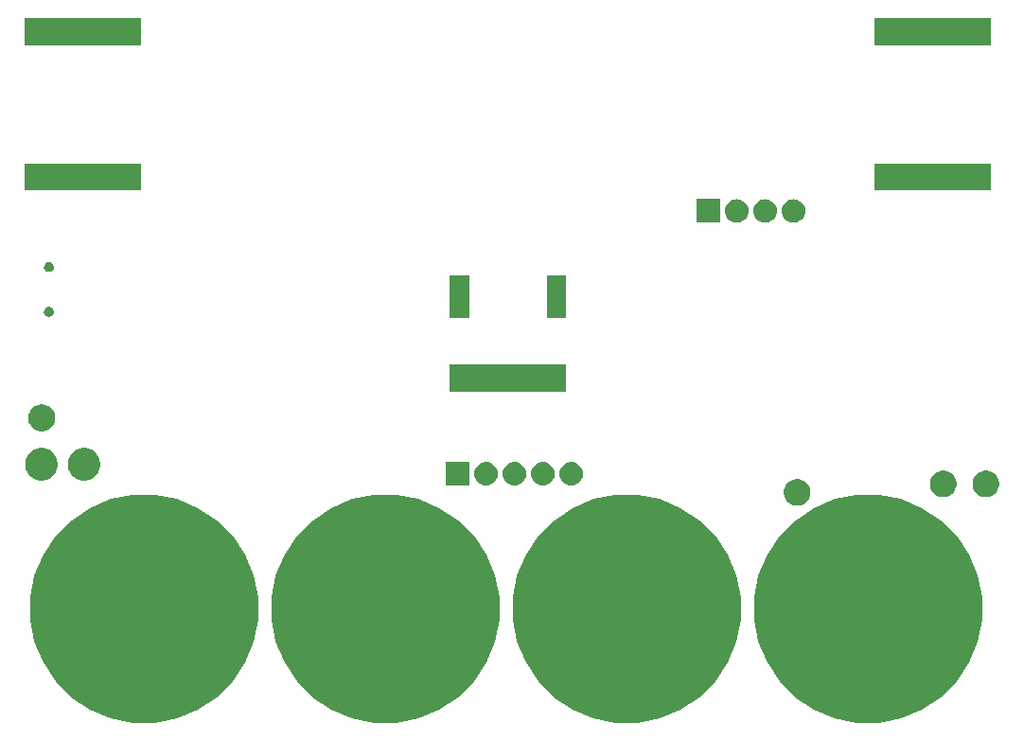
<source format=gbr>
G04 #@! TF.GenerationSoftware,KiCad,Pcbnew,5.0.1*
G04 #@! TF.CreationDate,2019-03-26T00:27:03-05:00*
G04 #@! TF.ProjectId,badge,62616467652E6B696361645F70636200,rev?*
G04 #@! TF.SameCoordinates,Original*
G04 #@! TF.FileFunction,Soldermask,Bot*
G04 #@! TF.FilePolarity,Negative*
%FSLAX46Y46*%
G04 Gerber Fmt 4.6, Leading zero omitted, Abs format (unit mm)*
G04 Created by KiCad (PCBNEW 5.0.1) date Tue 26 Mar 2019 12:27:03 AM CDT*
%MOMM*%
%LPD*%
G01*
G04 APERTURE LIST*
%ADD10C,0.100000*%
G04 APERTURE END LIST*
D10*
G36*
X161725229Y-132431980D02*
X163581510Y-133200877D01*
X163581512Y-133200878D01*
X165229897Y-134302293D01*
X165252124Y-134317145D01*
X166672855Y-135737876D01*
X167789123Y-137408490D01*
X168558020Y-139264771D01*
X168950000Y-141235386D01*
X168950000Y-143244614D01*
X168558020Y-145215229D01*
X167789123Y-147071510D01*
X166672855Y-148742124D01*
X165252124Y-150162855D01*
X165252121Y-150162857D01*
X163581512Y-151279122D01*
X163581511Y-151279123D01*
X163581510Y-151279123D01*
X161725229Y-152048020D01*
X159754614Y-152440000D01*
X157745386Y-152440000D01*
X155774771Y-152048020D01*
X153918490Y-151279123D01*
X153918489Y-151279123D01*
X153918488Y-151279122D01*
X152247879Y-150162857D01*
X152247876Y-150162855D01*
X150827145Y-148742124D01*
X149710877Y-147071510D01*
X148941980Y-145215229D01*
X148550000Y-143244614D01*
X148550000Y-141235386D01*
X148941980Y-139264771D01*
X149710877Y-137408490D01*
X150827145Y-135737876D01*
X152247876Y-134317145D01*
X152270103Y-134302293D01*
X153918488Y-133200878D01*
X153918490Y-133200877D01*
X155774771Y-132431980D01*
X157745386Y-132040000D01*
X159754614Y-132040000D01*
X161725229Y-132431980D01*
X161725229Y-132431980D01*
G37*
G36*
X118545229Y-132431980D02*
X120401510Y-133200877D01*
X120401512Y-133200878D01*
X122049897Y-134302293D01*
X122072124Y-134317145D01*
X123492855Y-135737876D01*
X124609123Y-137408490D01*
X125378020Y-139264771D01*
X125770000Y-141235386D01*
X125770000Y-143244614D01*
X125378020Y-145215229D01*
X124609123Y-147071510D01*
X123492855Y-148742124D01*
X122072124Y-150162855D01*
X122072121Y-150162857D01*
X120401512Y-151279122D01*
X120401511Y-151279123D01*
X120401510Y-151279123D01*
X118545229Y-152048020D01*
X116574614Y-152440000D01*
X114565386Y-152440000D01*
X112594771Y-152048020D01*
X110738490Y-151279123D01*
X110738489Y-151279123D01*
X110738488Y-151279122D01*
X109067879Y-150162857D01*
X109067876Y-150162855D01*
X107647145Y-148742124D01*
X106530877Y-147071510D01*
X105761980Y-145215229D01*
X105370000Y-143244614D01*
X105370000Y-141235386D01*
X105761980Y-139264771D01*
X106530877Y-137408490D01*
X107647145Y-135737876D01*
X109067876Y-134317145D01*
X109090103Y-134302293D01*
X110738488Y-133200878D01*
X110738490Y-133200877D01*
X112594771Y-132431980D01*
X114565386Y-132040000D01*
X116574614Y-132040000D01*
X118545229Y-132431980D01*
X118545229Y-132431980D01*
G37*
G36*
X96955229Y-132431980D02*
X98811510Y-133200877D01*
X98811512Y-133200878D01*
X100459897Y-134302293D01*
X100482124Y-134317145D01*
X101902855Y-135737876D01*
X103019123Y-137408490D01*
X103788020Y-139264771D01*
X104180000Y-141235386D01*
X104180000Y-143244614D01*
X103788020Y-145215229D01*
X103019123Y-147071510D01*
X101902855Y-148742124D01*
X100482124Y-150162855D01*
X100482121Y-150162857D01*
X98811512Y-151279122D01*
X98811511Y-151279123D01*
X98811510Y-151279123D01*
X96955229Y-152048020D01*
X94984614Y-152440000D01*
X92975386Y-152440000D01*
X91004771Y-152048020D01*
X89148490Y-151279123D01*
X89148489Y-151279123D01*
X89148488Y-151279122D01*
X87477879Y-150162857D01*
X87477876Y-150162855D01*
X86057145Y-148742124D01*
X84940877Y-147071510D01*
X84171980Y-145215229D01*
X83780000Y-143244614D01*
X83780000Y-141235386D01*
X84171980Y-139264771D01*
X84940877Y-137408490D01*
X86057145Y-135737876D01*
X87477876Y-134317145D01*
X87500103Y-134302293D01*
X89148488Y-133200878D01*
X89148490Y-133200877D01*
X91004771Y-132431980D01*
X92975386Y-132040000D01*
X94984614Y-132040000D01*
X96955229Y-132431980D01*
X96955229Y-132431980D01*
G37*
G36*
X140135229Y-132431980D02*
X141991510Y-133200877D01*
X141991512Y-133200878D01*
X143639897Y-134302293D01*
X143662124Y-134317145D01*
X145082855Y-135737876D01*
X146199123Y-137408490D01*
X146968020Y-139264771D01*
X147360000Y-141235386D01*
X147360000Y-143244614D01*
X146968020Y-145215229D01*
X146199123Y-147071510D01*
X145082855Y-148742124D01*
X143662124Y-150162855D01*
X143662121Y-150162857D01*
X141991512Y-151279122D01*
X141991511Y-151279123D01*
X141991510Y-151279123D01*
X140135229Y-152048020D01*
X138164614Y-152440000D01*
X136155386Y-152440000D01*
X134184771Y-152048020D01*
X132328490Y-151279123D01*
X132328489Y-151279123D01*
X132328488Y-151279122D01*
X130657879Y-150162857D01*
X130657876Y-150162855D01*
X129237145Y-148742124D01*
X128120877Y-147071510D01*
X127351980Y-145215229D01*
X126960000Y-143244614D01*
X126960000Y-141235386D01*
X127351980Y-139264771D01*
X128120877Y-137408490D01*
X129237145Y-135737876D01*
X130657876Y-134317145D01*
X130680103Y-134302293D01*
X132328488Y-133200878D01*
X132328490Y-133200877D01*
X134184771Y-132431980D01*
X136155386Y-132040000D01*
X138164614Y-132040000D01*
X140135229Y-132431980D01*
X140135229Y-132431980D01*
G37*
G36*
X152750026Y-130672115D02*
X152968412Y-130762573D01*
X153164958Y-130893901D01*
X153332099Y-131061042D01*
X153463427Y-131257588D01*
X153553885Y-131475974D01*
X153600000Y-131707809D01*
X153600000Y-131944191D01*
X153553885Y-132176026D01*
X153463427Y-132394412D01*
X153332099Y-132590958D01*
X153164958Y-132758099D01*
X152968412Y-132889427D01*
X152750026Y-132979885D01*
X152518191Y-133026000D01*
X152281809Y-133026000D01*
X152049974Y-132979885D01*
X151831588Y-132889427D01*
X151635042Y-132758099D01*
X151467901Y-132590958D01*
X151336573Y-132394412D01*
X151246115Y-132176026D01*
X151200000Y-131944191D01*
X151200000Y-131707809D01*
X151246115Y-131475974D01*
X151336573Y-131257588D01*
X151467901Y-131061042D01*
X151635042Y-130893901D01*
X151831588Y-130762573D01*
X152049974Y-130672115D01*
X152281809Y-130626000D01*
X152518191Y-130626000D01*
X152750026Y-130672115D01*
X152750026Y-130672115D01*
G37*
G36*
X165831026Y-129910115D02*
X166049412Y-130000573D01*
X166245958Y-130131901D01*
X166413099Y-130299042D01*
X166544427Y-130495588D01*
X166634885Y-130713974D01*
X166681000Y-130945809D01*
X166681000Y-131182191D01*
X166634885Y-131414026D01*
X166544427Y-131632412D01*
X166413099Y-131828958D01*
X166245958Y-131996099D01*
X166049412Y-132127427D01*
X165831026Y-132217885D01*
X165599191Y-132264000D01*
X165362809Y-132264000D01*
X165130974Y-132217885D01*
X164912588Y-132127427D01*
X164716042Y-131996099D01*
X164548901Y-131828958D01*
X164417573Y-131632412D01*
X164327115Y-131414026D01*
X164281000Y-131182191D01*
X164281000Y-130945809D01*
X164327115Y-130713974D01*
X164417573Y-130495588D01*
X164548901Y-130299042D01*
X164716042Y-130131901D01*
X164912588Y-130000573D01*
X165130974Y-129910115D01*
X165362809Y-129864000D01*
X165599191Y-129864000D01*
X165831026Y-129910115D01*
X165831026Y-129910115D01*
G37*
G36*
X169641026Y-129910115D02*
X169859412Y-130000573D01*
X170055958Y-130131901D01*
X170223099Y-130299042D01*
X170354427Y-130495588D01*
X170444885Y-130713974D01*
X170491000Y-130945809D01*
X170491000Y-131182191D01*
X170444885Y-131414026D01*
X170354427Y-131632412D01*
X170223099Y-131828958D01*
X170055958Y-131996099D01*
X169859412Y-132127427D01*
X169641026Y-132217885D01*
X169409191Y-132264000D01*
X169172809Y-132264000D01*
X168940974Y-132217885D01*
X168722588Y-132127427D01*
X168526042Y-131996099D01*
X168358901Y-131828958D01*
X168227573Y-131632412D01*
X168137115Y-131414026D01*
X168091000Y-131182191D01*
X168091000Y-130945809D01*
X168137115Y-130713974D01*
X168227573Y-130495588D01*
X168358901Y-130299042D01*
X168526042Y-130131901D01*
X168722588Y-130000573D01*
X168940974Y-129910115D01*
X169172809Y-129864000D01*
X169409191Y-129864000D01*
X169641026Y-129910115D01*
X169641026Y-129910115D01*
G37*
G36*
X123080000Y-131197000D02*
X120980000Y-131197000D01*
X120980000Y-129097000D01*
X123080000Y-129097000D01*
X123080000Y-131197000D01*
X123080000Y-131197000D01*
G37*
G36*
X132318707Y-129104596D02*
X132395836Y-129112193D01*
X132527787Y-129152220D01*
X132593763Y-129172233D01*
X132776172Y-129269733D01*
X132936054Y-129400946D01*
X133067267Y-129560828D01*
X133164767Y-129743237D01*
X133164767Y-129743238D01*
X133224807Y-129941164D01*
X133245080Y-130147000D01*
X133224807Y-130352836D01*
X133200478Y-130433038D01*
X133164767Y-130550763D01*
X133067267Y-130733172D01*
X132936054Y-130893054D01*
X132776172Y-131024267D01*
X132593763Y-131121767D01*
X132527787Y-131141780D01*
X132395836Y-131181807D01*
X132318707Y-131189404D01*
X132241580Y-131197000D01*
X132138420Y-131197000D01*
X132061293Y-131189404D01*
X131984164Y-131181807D01*
X131852213Y-131141780D01*
X131786237Y-131121767D01*
X131603828Y-131024267D01*
X131443946Y-130893054D01*
X131312733Y-130733172D01*
X131215233Y-130550763D01*
X131179522Y-130433038D01*
X131155193Y-130352836D01*
X131134920Y-130147000D01*
X131155193Y-129941164D01*
X131215233Y-129743238D01*
X131215233Y-129743237D01*
X131312733Y-129560828D01*
X131443946Y-129400946D01*
X131603828Y-129269733D01*
X131786237Y-129172233D01*
X131852213Y-129152220D01*
X131984164Y-129112193D01*
X132061293Y-129104596D01*
X132138420Y-129097000D01*
X132241580Y-129097000D01*
X132318707Y-129104596D01*
X132318707Y-129104596D01*
G37*
G36*
X129778707Y-129104596D02*
X129855836Y-129112193D01*
X129987787Y-129152220D01*
X130053763Y-129172233D01*
X130236172Y-129269733D01*
X130396054Y-129400946D01*
X130527267Y-129560828D01*
X130624767Y-129743237D01*
X130624767Y-129743238D01*
X130684807Y-129941164D01*
X130705080Y-130147000D01*
X130684807Y-130352836D01*
X130660478Y-130433038D01*
X130624767Y-130550763D01*
X130527267Y-130733172D01*
X130396054Y-130893054D01*
X130236172Y-131024267D01*
X130053763Y-131121767D01*
X129987787Y-131141780D01*
X129855836Y-131181807D01*
X129778707Y-131189404D01*
X129701580Y-131197000D01*
X129598420Y-131197000D01*
X129521293Y-131189404D01*
X129444164Y-131181807D01*
X129312213Y-131141780D01*
X129246237Y-131121767D01*
X129063828Y-131024267D01*
X128903946Y-130893054D01*
X128772733Y-130733172D01*
X128675233Y-130550763D01*
X128639522Y-130433038D01*
X128615193Y-130352836D01*
X128594920Y-130147000D01*
X128615193Y-129941164D01*
X128675233Y-129743238D01*
X128675233Y-129743237D01*
X128772733Y-129560828D01*
X128903946Y-129400946D01*
X129063828Y-129269733D01*
X129246237Y-129172233D01*
X129312213Y-129152220D01*
X129444164Y-129112193D01*
X129521293Y-129104596D01*
X129598420Y-129097000D01*
X129701580Y-129097000D01*
X129778707Y-129104596D01*
X129778707Y-129104596D01*
G37*
G36*
X127238707Y-129104596D02*
X127315836Y-129112193D01*
X127447787Y-129152220D01*
X127513763Y-129172233D01*
X127696172Y-129269733D01*
X127856054Y-129400946D01*
X127987267Y-129560828D01*
X128084767Y-129743237D01*
X128084767Y-129743238D01*
X128144807Y-129941164D01*
X128165080Y-130147000D01*
X128144807Y-130352836D01*
X128120478Y-130433038D01*
X128084767Y-130550763D01*
X127987267Y-130733172D01*
X127856054Y-130893054D01*
X127696172Y-131024267D01*
X127513763Y-131121767D01*
X127447787Y-131141780D01*
X127315836Y-131181807D01*
X127238707Y-131189404D01*
X127161580Y-131197000D01*
X127058420Y-131197000D01*
X126981293Y-131189404D01*
X126904164Y-131181807D01*
X126772213Y-131141780D01*
X126706237Y-131121767D01*
X126523828Y-131024267D01*
X126363946Y-130893054D01*
X126232733Y-130733172D01*
X126135233Y-130550763D01*
X126099522Y-130433038D01*
X126075193Y-130352836D01*
X126054920Y-130147000D01*
X126075193Y-129941164D01*
X126135233Y-129743238D01*
X126135233Y-129743237D01*
X126232733Y-129560828D01*
X126363946Y-129400946D01*
X126523828Y-129269733D01*
X126706237Y-129172233D01*
X126772213Y-129152220D01*
X126904164Y-129112193D01*
X126981293Y-129104596D01*
X127058420Y-129097000D01*
X127161580Y-129097000D01*
X127238707Y-129104596D01*
X127238707Y-129104596D01*
G37*
G36*
X124698707Y-129104596D02*
X124775836Y-129112193D01*
X124907787Y-129152220D01*
X124973763Y-129172233D01*
X125156172Y-129269733D01*
X125316054Y-129400946D01*
X125447267Y-129560828D01*
X125544767Y-129743237D01*
X125544767Y-129743238D01*
X125604807Y-129941164D01*
X125625080Y-130147000D01*
X125604807Y-130352836D01*
X125580478Y-130433038D01*
X125544767Y-130550763D01*
X125447267Y-130733172D01*
X125316054Y-130893054D01*
X125156172Y-131024267D01*
X124973763Y-131121767D01*
X124907787Y-131141780D01*
X124775836Y-131181807D01*
X124698707Y-131189404D01*
X124621580Y-131197000D01*
X124518420Y-131197000D01*
X124441293Y-131189404D01*
X124364164Y-131181807D01*
X124232213Y-131141780D01*
X124166237Y-131121767D01*
X123983828Y-131024267D01*
X123823946Y-130893054D01*
X123692733Y-130733172D01*
X123595233Y-130550763D01*
X123559522Y-130433038D01*
X123535193Y-130352836D01*
X123514920Y-130147000D01*
X123535193Y-129941164D01*
X123595233Y-129743238D01*
X123595233Y-129743237D01*
X123692733Y-129560828D01*
X123823946Y-129400946D01*
X123983828Y-129269733D01*
X124166237Y-129172233D01*
X124232213Y-129152220D01*
X124364164Y-129112193D01*
X124441293Y-129104596D01*
X124518420Y-129097000D01*
X124621580Y-129097000D01*
X124698707Y-129104596D01*
X124698707Y-129104596D01*
G37*
G36*
X89022855Y-127913030D02*
X89286680Y-128022310D01*
X89524120Y-128180962D01*
X89726038Y-128382880D01*
X89884690Y-128620320D01*
X89993970Y-128884145D01*
X90049680Y-129164218D01*
X90049680Y-129449782D01*
X89993970Y-129729855D01*
X89884690Y-129993680D01*
X89726038Y-130231120D01*
X89524120Y-130433038D01*
X89286680Y-130591690D01*
X89022855Y-130700970D01*
X88742782Y-130756680D01*
X88457218Y-130756680D01*
X88177145Y-130700970D01*
X87913320Y-130591690D01*
X87675880Y-130433038D01*
X87473962Y-130231120D01*
X87315310Y-129993680D01*
X87206030Y-129729855D01*
X87150320Y-129449782D01*
X87150320Y-129164218D01*
X87206030Y-128884145D01*
X87315310Y-128620320D01*
X87473962Y-128382880D01*
X87675880Y-128180962D01*
X87913320Y-128022310D01*
X88177145Y-127913030D01*
X88457218Y-127857320D01*
X88742782Y-127857320D01*
X89022855Y-127913030D01*
X89022855Y-127913030D01*
G37*
G36*
X85212855Y-127913030D02*
X85476680Y-128022310D01*
X85714120Y-128180962D01*
X85916038Y-128382880D01*
X86074690Y-128620320D01*
X86183970Y-128884145D01*
X86239680Y-129164218D01*
X86239680Y-129449782D01*
X86183970Y-129729855D01*
X86074690Y-129993680D01*
X85916038Y-130231120D01*
X85714120Y-130433038D01*
X85476680Y-130591690D01*
X85212855Y-130700970D01*
X84932782Y-130756680D01*
X84647218Y-130756680D01*
X84367145Y-130700970D01*
X84103320Y-130591690D01*
X83865880Y-130433038D01*
X83663962Y-130231120D01*
X83505310Y-129993680D01*
X83396030Y-129729855D01*
X83340320Y-129449782D01*
X83340320Y-129164218D01*
X83396030Y-128884145D01*
X83505310Y-128620320D01*
X83663962Y-128382880D01*
X83865880Y-128180962D01*
X84103320Y-128022310D01*
X84367145Y-127913030D01*
X84647218Y-127857320D01*
X84932782Y-127857320D01*
X85212855Y-127913030D01*
X85212855Y-127913030D01*
G37*
G36*
X85170026Y-123993115D02*
X85388412Y-124083573D01*
X85584958Y-124214901D01*
X85752099Y-124382042D01*
X85883427Y-124578588D01*
X85973885Y-124796974D01*
X86020000Y-125028809D01*
X86020000Y-125265191D01*
X85973885Y-125497026D01*
X85883427Y-125715412D01*
X85752099Y-125911958D01*
X85584958Y-126079099D01*
X85388412Y-126210427D01*
X85170026Y-126300885D01*
X84938191Y-126347000D01*
X84701809Y-126347000D01*
X84469974Y-126300885D01*
X84251588Y-126210427D01*
X84055042Y-126079099D01*
X83887901Y-125911958D01*
X83756573Y-125715412D01*
X83666115Y-125497026D01*
X83620000Y-125265191D01*
X83620000Y-125028809D01*
X83666115Y-124796974D01*
X83756573Y-124578588D01*
X83887901Y-124382042D01*
X84055042Y-124214901D01*
X84251588Y-124083573D01*
X84469974Y-123993115D01*
X84701809Y-123947000D01*
X84938191Y-123947000D01*
X85170026Y-123993115D01*
X85170026Y-123993115D01*
G37*
G36*
X131720000Y-122797000D02*
X121320000Y-122797000D01*
X121320000Y-120397000D01*
X131720000Y-120397000D01*
X131720000Y-122797000D01*
X131720000Y-122797000D01*
G37*
G36*
X131745000Y-116205000D02*
X130045000Y-116205000D01*
X130045000Y-112405000D01*
X131745000Y-112405000D01*
X131745000Y-116205000D01*
X131745000Y-116205000D01*
G37*
G36*
X123045000Y-116205000D02*
X121345000Y-116205000D01*
X121345000Y-112405000D01*
X123045000Y-112405000D01*
X123045000Y-116205000D01*
X123045000Y-116205000D01*
G37*
G36*
X85601260Y-115224293D02*
X85683155Y-115258215D01*
X85756861Y-115307464D01*
X85819536Y-115370139D01*
X85868785Y-115443845D01*
X85902707Y-115525740D01*
X85920000Y-115612678D01*
X85920000Y-115701322D01*
X85902707Y-115788260D01*
X85868785Y-115870155D01*
X85819536Y-115943861D01*
X85756861Y-116006536D01*
X85683155Y-116055785D01*
X85601260Y-116089707D01*
X85514322Y-116107000D01*
X85425678Y-116107000D01*
X85338740Y-116089707D01*
X85256845Y-116055785D01*
X85183139Y-116006536D01*
X85120464Y-115943861D01*
X85071215Y-115870155D01*
X85037293Y-115788260D01*
X85020000Y-115701322D01*
X85020000Y-115612678D01*
X85037293Y-115525740D01*
X85071215Y-115443845D01*
X85120464Y-115370139D01*
X85183139Y-115307464D01*
X85256845Y-115258215D01*
X85338740Y-115224293D01*
X85425678Y-115207000D01*
X85514322Y-115207000D01*
X85601260Y-115224293D01*
X85601260Y-115224293D01*
G37*
G36*
X85601260Y-111224293D02*
X85683155Y-111258215D01*
X85756861Y-111307464D01*
X85819536Y-111370139D01*
X85868785Y-111443845D01*
X85902707Y-111525740D01*
X85920000Y-111612678D01*
X85920000Y-111701322D01*
X85902707Y-111788260D01*
X85868785Y-111870155D01*
X85819536Y-111943861D01*
X85756861Y-112006536D01*
X85683155Y-112055785D01*
X85601260Y-112089707D01*
X85514322Y-112107000D01*
X85425678Y-112107000D01*
X85338740Y-112089707D01*
X85256845Y-112055785D01*
X85183139Y-112006536D01*
X85120464Y-111943861D01*
X85071215Y-111870155D01*
X85037293Y-111788260D01*
X85020000Y-111701322D01*
X85020000Y-111612678D01*
X85037293Y-111525740D01*
X85071215Y-111443845D01*
X85120464Y-111370139D01*
X85183139Y-111307464D01*
X85256845Y-111258215D01*
X85338740Y-111224293D01*
X85425678Y-111207000D01*
X85514322Y-111207000D01*
X85601260Y-111224293D01*
X85601260Y-111224293D01*
G37*
G36*
X149658707Y-105604596D02*
X149735836Y-105612193D01*
X149867787Y-105652220D01*
X149933763Y-105672233D01*
X150116172Y-105769733D01*
X150276054Y-105900946D01*
X150407267Y-106060828D01*
X150504767Y-106243237D01*
X150504767Y-106243238D01*
X150564807Y-106441164D01*
X150585080Y-106647000D01*
X150564807Y-106852836D01*
X150524780Y-106984787D01*
X150504767Y-107050763D01*
X150407267Y-107233172D01*
X150276054Y-107393054D01*
X150116172Y-107524267D01*
X149933763Y-107621767D01*
X149867787Y-107641780D01*
X149735836Y-107681807D01*
X149658707Y-107689403D01*
X149581580Y-107697000D01*
X149478420Y-107697000D01*
X149401293Y-107689403D01*
X149324164Y-107681807D01*
X149192213Y-107641780D01*
X149126237Y-107621767D01*
X148943828Y-107524267D01*
X148783946Y-107393054D01*
X148652733Y-107233172D01*
X148555233Y-107050763D01*
X148535220Y-106984787D01*
X148495193Y-106852836D01*
X148474920Y-106647000D01*
X148495193Y-106441164D01*
X148555233Y-106243238D01*
X148555233Y-106243237D01*
X148652733Y-106060828D01*
X148783946Y-105900946D01*
X148943828Y-105769733D01*
X149126237Y-105672233D01*
X149192213Y-105652220D01*
X149324164Y-105612193D01*
X149401293Y-105604597D01*
X149478420Y-105597000D01*
X149581580Y-105597000D01*
X149658707Y-105604596D01*
X149658707Y-105604596D01*
G37*
G36*
X152198707Y-105604596D02*
X152275836Y-105612193D01*
X152407787Y-105652220D01*
X152473763Y-105672233D01*
X152656172Y-105769733D01*
X152816054Y-105900946D01*
X152947267Y-106060828D01*
X153044767Y-106243237D01*
X153044767Y-106243238D01*
X153104807Y-106441164D01*
X153125080Y-106647000D01*
X153104807Y-106852836D01*
X153064780Y-106984787D01*
X153044767Y-107050763D01*
X152947267Y-107233172D01*
X152816054Y-107393054D01*
X152656172Y-107524267D01*
X152473763Y-107621767D01*
X152407787Y-107641780D01*
X152275836Y-107681807D01*
X152198707Y-107689403D01*
X152121580Y-107697000D01*
X152018420Y-107697000D01*
X151941293Y-107689403D01*
X151864164Y-107681807D01*
X151732213Y-107641780D01*
X151666237Y-107621767D01*
X151483828Y-107524267D01*
X151323946Y-107393054D01*
X151192733Y-107233172D01*
X151095233Y-107050763D01*
X151075220Y-106984787D01*
X151035193Y-106852836D01*
X151014920Y-106647000D01*
X151035193Y-106441164D01*
X151095233Y-106243238D01*
X151095233Y-106243237D01*
X151192733Y-106060828D01*
X151323946Y-105900946D01*
X151483828Y-105769733D01*
X151666237Y-105672233D01*
X151732213Y-105652220D01*
X151864164Y-105612193D01*
X151941293Y-105604597D01*
X152018420Y-105597000D01*
X152121580Y-105597000D01*
X152198707Y-105604596D01*
X152198707Y-105604596D01*
G37*
G36*
X147118707Y-105604596D02*
X147195836Y-105612193D01*
X147327787Y-105652220D01*
X147393763Y-105672233D01*
X147576172Y-105769733D01*
X147736054Y-105900946D01*
X147867267Y-106060828D01*
X147964767Y-106243237D01*
X147964767Y-106243238D01*
X148024807Y-106441164D01*
X148045080Y-106647000D01*
X148024807Y-106852836D01*
X147984780Y-106984787D01*
X147964767Y-107050763D01*
X147867267Y-107233172D01*
X147736054Y-107393054D01*
X147576172Y-107524267D01*
X147393763Y-107621767D01*
X147327787Y-107641780D01*
X147195836Y-107681807D01*
X147118707Y-107689403D01*
X147041580Y-107697000D01*
X146938420Y-107697000D01*
X146861293Y-107689403D01*
X146784164Y-107681807D01*
X146652213Y-107641780D01*
X146586237Y-107621767D01*
X146403828Y-107524267D01*
X146243946Y-107393054D01*
X146112733Y-107233172D01*
X146015233Y-107050763D01*
X145995220Y-106984787D01*
X145955193Y-106852836D01*
X145934920Y-106647000D01*
X145955193Y-106441164D01*
X146015233Y-106243238D01*
X146015233Y-106243237D01*
X146112733Y-106060828D01*
X146243946Y-105900946D01*
X146403828Y-105769733D01*
X146586237Y-105672233D01*
X146652213Y-105652220D01*
X146784164Y-105612193D01*
X146861293Y-105604597D01*
X146938420Y-105597000D01*
X147041580Y-105597000D01*
X147118707Y-105604596D01*
X147118707Y-105604596D01*
G37*
G36*
X145500000Y-107697000D02*
X143400000Y-107697000D01*
X143400000Y-105597000D01*
X145500000Y-105597000D01*
X145500000Y-107697000D01*
X145500000Y-107697000D01*
G37*
G36*
X93720000Y-104797000D02*
X83320000Y-104797000D01*
X83320000Y-102397000D01*
X93720000Y-102397000D01*
X93720000Y-104797000D01*
X93720000Y-104797000D01*
G37*
G36*
X169720000Y-104797000D02*
X159320000Y-104797000D01*
X159320000Y-102397000D01*
X169720000Y-102397000D01*
X169720000Y-104797000D01*
X169720000Y-104797000D01*
G37*
G36*
X169720000Y-91797000D02*
X159320000Y-91797000D01*
X159320000Y-89397000D01*
X169720000Y-89397000D01*
X169720000Y-91797000D01*
X169720000Y-91797000D01*
G37*
G36*
X93720000Y-91797000D02*
X83320000Y-91797000D01*
X83320000Y-89397000D01*
X93720000Y-89397000D01*
X93720000Y-91797000D01*
X93720000Y-91797000D01*
G37*
M02*

</source>
